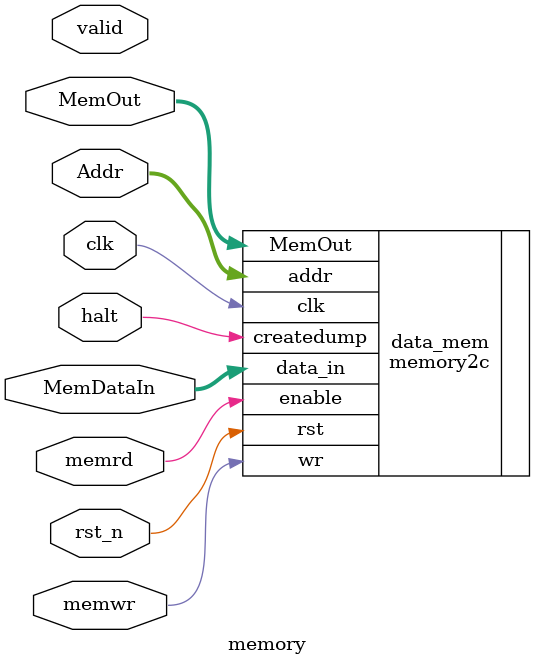
<source format=sv>
/*
   CS/ECE 552 Spring '20
  
   Filename        : memory.v
   Description     : This module contains all components in the Memory stage of the 
                     processor.
*/

// TODO: currently many unused signals, needs to be looked at once connected with other components

module memory #(parameter N=32)
( 

    // Input
	input           clk, rst_n, halt, memrd, memwr, valid,
    // Input and Output
	inout   [N-1:0] Addr,      // Memory address to be accessed 
    //inout   [N-1:0] MemAddr0;   // Memory address being written/read to/from 
                                // MemInsel ? SPOut  :  ALUOut 
    inout   [N-1:0] MemDataIn,  // Data that will be written into the memory
    inout   [N-1:0] MemOut     // The read data from memory 

	// Output
    //output          MemEn0;     // Whether there is a request from the source module 
                                // (1 = Yes, 0 = No)
    //output          MemWrEn0;   // On write request, assert high. On read request, assert low 

);

	// Data Memory
	memory2c data_mem(
		.MemOut(MemOut), .data_in(MemDataIn), .addr(Addr), .enable(memrd), 
		.wr(memwr), .createdump(halt), .clk(clk), .rst(rst_n));
   
endmodule

</source>
